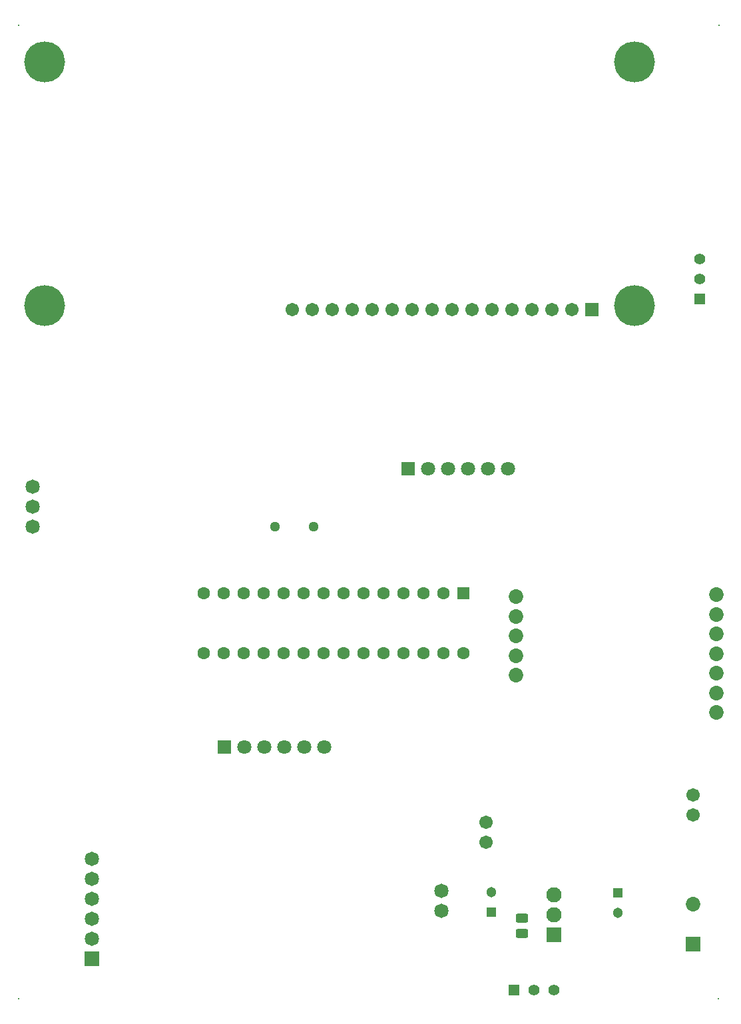
<source format=gbr>
%TF.GenerationSoftware,Altium Limited,Altium Designer,25.6.2 (33)*%
G04 Layer_Color=16711935*
%FSLAX45Y45*%
%MOMM*%
%TF.SameCoordinates,105D10E8-5C4D-4F19-AFCE-DBFBABB2216B*%
%TF.FilePolarity,Negative*%
%TF.FileFunction,Soldermask,Bot*%
%TF.Part,Single*%
G01*
G75*
%TA.AperFunction,WasherPad*%
%ADD55C,0.20320*%
%TA.AperFunction,ComponentPad*%
%ADD56C,1.80320*%
%ADD57C,1.85320*%
%ADD58C,1.71120*%
%ADD59R,1.71120X1.71120*%
%ADD60C,1.82320*%
%ADD61C,1.70320*%
%ADD62C,1.60320*%
%ADD63C,1.30320*%
%ADD64R,1.85320X1.85320*%
%ADD65C,1.42120*%
%ADD66R,1.42120X1.42120*%
%ADD67R,1.82320X1.82320*%
%ADD68C,5.20320*%
%ADD69R,1.60320X1.60320*%
%ADD70C,1.28320*%
%ADD71R,1.80320X1.80320*%
%ADD72C,1.95320*%
%ADD73R,1.95320X1.95320*%
%ADD74R,1.30320X1.30320*%
%ADD75R,1.42120X1.42120*%
%TA.AperFunction,SMDPad,CuDef*%
G04:AMPARAMS|DCode=76|XSize=1.1232mm|YSize=1.5832mm|CornerRadius=0.2166mm|HoleSize=0mm|Usage=FLASHONLY|Rotation=90.000|XOffset=0mm|YOffset=0mm|HoleType=Round|Shape=RoundedRectangle|*
%AMROUNDEDRECTD76*
21,1,1.12320,1.15000,0,0,90.0*
21,1,0.69000,1.58320,0,0,90.0*
1,1,0.43320,0.57500,0.34500*
1,1,0.43320,0.57500,-0.34500*
1,1,0.43320,-0.57500,-0.34500*
1,1,0.43320,-0.57500,0.34500*
%
%ADD76ROUNDEDRECTD76*%
D55*
X300000Y12660000D02*
D03*
Y280000D02*
D03*
X9200000D02*
D03*
X9210000Y12660000D02*
D03*
D56*
X6527800Y7023100D02*
D03*
X4191000Y3479800D02*
D03*
X6019800Y7023100D02*
D03*
X3937000Y3479800D02*
D03*
X3175003Y3479801D02*
D03*
X5765800Y7023100D02*
D03*
X3683000Y3479800D02*
D03*
X3429000D02*
D03*
X5511803Y7023101D02*
D03*
X6273800Y7023100D02*
D03*
D57*
X6624401Y4393810D02*
D03*
Y4643811D02*
D03*
Y4893804D02*
D03*
Y5143797D02*
D03*
X8877300Y1485900D02*
D03*
X9174399Y3918810D02*
D03*
Y4168811D02*
D03*
Y4418812D02*
D03*
Y4668796D02*
D03*
Y4918797D02*
D03*
Y5168798D02*
D03*
Y5418799D02*
D03*
X6624401Y5393798D02*
D03*
D58*
X6579500Y9042600D02*
D03*
X3785500D02*
D03*
X4039500D02*
D03*
X4293500D02*
D03*
X4547500D02*
D03*
X4801500D02*
D03*
X5055500D02*
D03*
X5309500D02*
D03*
X5563500D02*
D03*
X5817500D02*
D03*
X6071500D02*
D03*
X6325500D02*
D03*
X6833500D02*
D03*
X7087500D02*
D03*
X7341500D02*
D03*
D59*
X7595500D02*
D03*
D60*
X482600Y6794500D02*
D03*
X5676900Y1651000D02*
D03*
X482608Y6286492D02*
D03*
X1231900Y1041400D02*
D03*
Y1295400D02*
D03*
Y1549400D02*
D03*
X482600Y6540500D02*
D03*
X1231900Y1803400D02*
D03*
Y2057400D02*
D03*
X5676900Y1397000D02*
D03*
D61*
X8875000Y2621000D02*
D03*
X6250000Y2529000D02*
D03*
Y2275000D02*
D03*
X8875000Y2875000D02*
D03*
D62*
X4178300Y5435600D02*
D03*
X4432300Y4673600D02*
D03*
X3416300Y5435600D02*
D03*
X5194300D02*
D03*
X3162300D02*
D03*
X4940300D02*
D03*
X4432300D02*
D03*
X2908300D02*
D03*
X4686300D02*
D03*
X5702300D02*
D03*
X5448300D02*
D03*
X3924300D02*
D03*
X3670300D02*
D03*
X2654300D02*
D03*
X5956300Y4673600D02*
D03*
X5702300D02*
D03*
X5448300D02*
D03*
X5194300D02*
D03*
X4940300D02*
D03*
X4686300D02*
D03*
X4178300D02*
D03*
X3924300D02*
D03*
X3670300D02*
D03*
X3416300D02*
D03*
X3162300D02*
D03*
X2908300D02*
D03*
X2654300D02*
D03*
D63*
X7924800Y1375600D02*
D03*
X6311900Y1636300D02*
D03*
D64*
X8877300Y977900D02*
D03*
D65*
X6858000Y393700D02*
D03*
X8966200Y9436100D02*
D03*
Y9690100D02*
D03*
X7112000Y393700D02*
D03*
D66*
X8966200Y9182100D02*
D03*
D67*
X1231900Y787400D02*
D03*
D68*
X631500Y12192600D02*
D03*
X8131500D02*
D03*
Y9092600D02*
D03*
X631500D02*
D03*
D69*
X5956300Y5435600D02*
D03*
D70*
X3566000Y6286500D02*
D03*
X4054000D02*
D03*
D71*
X2921003Y3479801D02*
D03*
X5257803Y7023101D02*
D03*
D72*
X7112000Y1600200D02*
D03*
Y1346200D02*
D03*
D73*
Y1092200D02*
D03*
D74*
X7924800Y1625600D02*
D03*
X6311900Y1386300D02*
D03*
D75*
X6604000Y393700D02*
D03*
D76*
X6705600Y1302000D02*
D03*
Y1111000D02*
D03*
%TF.MD5,60a77bd54d5a1032129573d79567bd12*%
M02*

</source>
